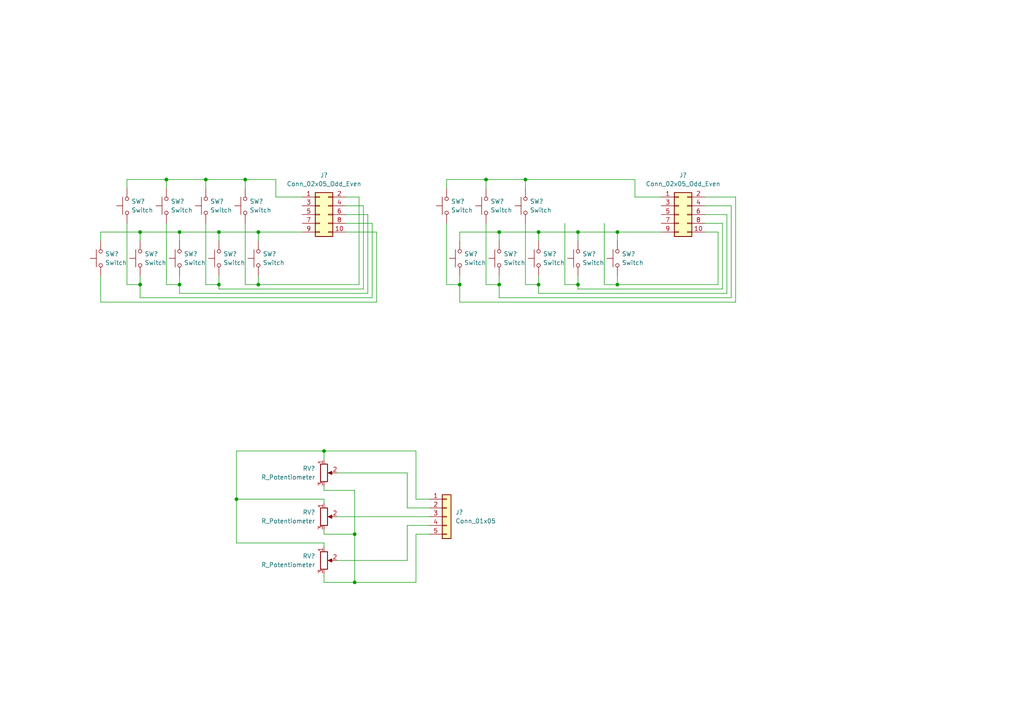
<source format=kicad_sch>
(kicad_sch (version 20211123) (generator eeschema)

  (uuid 7e06670c-19ee-4852-9043-1ef5ff1ec368)

  (paper "A4")

  (lib_symbols
    (symbol "Connector_Generic:Conn_01x05" (pin_names (offset 1.016) hide) (in_bom yes) (on_board yes)
      (property "Reference" "J" (id 0) (at 0 7.62 0)
        (effects (font (size 1.27 1.27)))
      )
      (property "Value" "Conn_01x05" (id 1) (at 0 -7.62 0)
        (effects (font (size 1.27 1.27)))
      )
      (property "Footprint" "" (id 2) (at 0 0 0)
        (effects (font (size 1.27 1.27)) hide)
      )
      (property "Datasheet" "~" (id 3) (at 0 0 0)
        (effects (font (size 1.27 1.27)) hide)
      )
      (property "ki_keywords" "connector" (id 4) (at 0 0 0)
        (effects (font (size 1.27 1.27)) hide)
      )
      (property "ki_description" "Generic connector, single row, 01x05, script generated (kicad-library-utils/schlib/autogen/connector/)" (id 5) (at 0 0 0)
        (effects (font (size 1.27 1.27)) hide)
      )
      (property "ki_fp_filters" "Connector*:*_1x??_*" (id 6) (at 0 0 0)
        (effects (font (size 1.27 1.27)) hide)
      )
      (symbol "Conn_01x05_1_1"
        (rectangle (start -1.27 -4.953) (end 0 -5.207)
          (stroke (width 0.1524) (type default) (color 0 0 0 0))
          (fill (type none))
        )
        (rectangle (start -1.27 -2.413) (end 0 -2.667)
          (stroke (width 0.1524) (type default) (color 0 0 0 0))
          (fill (type none))
        )
        (rectangle (start -1.27 0.127) (end 0 -0.127)
          (stroke (width 0.1524) (type default) (color 0 0 0 0))
          (fill (type none))
        )
        (rectangle (start -1.27 2.667) (end 0 2.413)
          (stroke (width 0.1524) (type default) (color 0 0 0 0))
          (fill (type none))
        )
        (rectangle (start -1.27 5.207) (end 0 4.953)
          (stroke (width 0.1524) (type default) (color 0 0 0 0))
          (fill (type none))
        )
        (rectangle (start -1.27 6.35) (end 1.27 -6.35)
          (stroke (width 0.254) (type default) (color 0 0 0 0))
          (fill (type background))
        )
        (pin passive line (at -5.08 5.08 0) (length 3.81)
          (name "Pin_1" (effects (font (size 1.27 1.27))))
          (number "1" (effects (font (size 1.27 1.27))))
        )
        (pin passive line (at -5.08 2.54 0) (length 3.81)
          (name "Pin_2" (effects (font (size 1.27 1.27))))
          (number "2" (effects (font (size 1.27 1.27))))
        )
        (pin passive line (at -5.08 0 0) (length 3.81)
          (name "Pin_3" (effects (font (size 1.27 1.27))))
          (number "3" (effects (font (size 1.27 1.27))))
        )
        (pin passive line (at -5.08 -2.54 0) (length 3.81)
          (name "Pin_4" (effects (font (size 1.27 1.27))))
          (number "4" (effects (font (size 1.27 1.27))))
        )
        (pin passive line (at -5.08 -5.08 0) (length 3.81)
          (name "Pin_5" (effects (font (size 1.27 1.27))))
          (number "5" (effects (font (size 1.27 1.27))))
        )
      )
    )
    (symbol "Connector_Generic:Conn_02x05_Odd_Even" (pin_names (offset 1.016) hide) (in_bom yes) (on_board yes)
      (property "Reference" "J" (id 0) (at 1.27 7.62 0)
        (effects (font (size 1.27 1.27)))
      )
      (property "Value" "Conn_02x05_Odd_Even" (id 1) (at 1.27 -7.62 0)
        (effects (font (size 1.27 1.27)))
      )
      (property "Footprint" "" (id 2) (at 0 0 0)
        (effects (font (size 1.27 1.27)) hide)
      )
      (property "Datasheet" "~" (id 3) (at 0 0 0)
        (effects (font (size 1.27 1.27)) hide)
      )
      (property "ki_keywords" "connector" (id 4) (at 0 0 0)
        (effects (font (size 1.27 1.27)) hide)
      )
      (property "ki_description" "Generic connector, double row, 02x05, odd/even pin numbering scheme (row 1 odd numbers, row 2 even numbers), script generated (kicad-library-utils/schlib/autogen/connector/)" (id 5) (at 0 0 0)
        (effects (font (size 1.27 1.27)) hide)
      )
      (property "ki_fp_filters" "Connector*:*_2x??_*" (id 6) (at 0 0 0)
        (effects (font (size 1.27 1.27)) hide)
      )
      (symbol "Conn_02x05_Odd_Even_1_1"
        (rectangle (start -1.27 -4.953) (end 0 -5.207)
          (stroke (width 0.1524) (type default) (color 0 0 0 0))
          (fill (type none))
        )
        (rectangle (start -1.27 -2.413) (end 0 -2.667)
          (stroke (width 0.1524) (type default) (color 0 0 0 0))
          (fill (type none))
        )
        (rectangle (start -1.27 0.127) (end 0 -0.127)
          (stroke (width 0.1524) (type default) (color 0 0 0 0))
          (fill (type none))
        )
        (rectangle (start -1.27 2.667) (end 0 2.413)
          (stroke (width 0.1524) (type default) (color 0 0 0 0))
          (fill (type none))
        )
        (rectangle (start -1.27 5.207) (end 0 4.953)
          (stroke (width 0.1524) (type default) (color 0 0 0 0))
          (fill (type none))
        )
        (rectangle (start -1.27 6.35) (end 3.81 -6.35)
          (stroke (width 0.254) (type default) (color 0 0 0 0))
          (fill (type background))
        )
        (rectangle (start 3.81 -4.953) (end 2.54 -5.207)
          (stroke (width 0.1524) (type default) (color 0 0 0 0))
          (fill (type none))
        )
        (rectangle (start 3.81 -2.413) (end 2.54 -2.667)
          (stroke (width 0.1524) (type default) (color 0 0 0 0))
          (fill (type none))
        )
        (rectangle (start 3.81 0.127) (end 2.54 -0.127)
          (stroke (width 0.1524) (type default) (color 0 0 0 0))
          (fill (type none))
        )
        (rectangle (start 3.81 2.667) (end 2.54 2.413)
          (stroke (width 0.1524) (type default) (color 0 0 0 0))
          (fill (type none))
        )
        (rectangle (start 3.81 5.207) (end 2.54 4.953)
          (stroke (width 0.1524) (type default) (color 0 0 0 0))
          (fill (type none))
        )
        (pin passive line (at -5.08 5.08 0) (length 3.81)
          (name "Pin_1" (effects (font (size 1.27 1.27))))
          (number "1" (effects (font (size 1.27 1.27))))
        )
        (pin passive line (at 7.62 -5.08 180) (length 3.81)
          (name "Pin_10" (effects (font (size 1.27 1.27))))
          (number "10" (effects (font (size 1.27 1.27))))
        )
        (pin passive line (at 7.62 5.08 180) (length 3.81)
          (name "Pin_2" (effects (font (size 1.27 1.27))))
          (number "2" (effects (font (size 1.27 1.27))))
        )
        (pin passive line (at -5.08 2.54 0) (length 3.81)
          (name "Pin_3" (effects (font (size 1.27 1.27))))
          (number "3" (effects (font (size 1.27 1.27))))
        )
        (pin passive line (at 7.62 2.54 180) (length 3.81)
          (name "Pin_4" (effects (font (size 1.27 1.27))))
          (number "4" (effects (font (size 1.27 1.27))))
        )
        (pin passive line (at -5.08 0 0) (length 3.81)
          (name "Pin_5" (effects (font (size 1.27 1.27))))
          (number "5" (effects (font (size 1.27 1.27))))
        )
        (pin passive line (at 7.62 0 180) (length 3.81)
          (name "Pin_6" (effects (font (size 1.27 1.27))))
          (number "6" (effects (font (size 1.27 1.27))))
        )
        (pin passive line (at -5.08 -2.54 0) (length 3.81)
          (name "Pin_7" (effects (font (size 1.27 1.27))))
          (number "7" (effects (font (size 1.27 1.27))))
        )
        (pin passive line (at 7.62 -2.54 180) (length 3.81)
          (name "Pin_8" (effects (font (size 1.27 1.27))))
          (number "8" (effects (font (size 1.27 1.27))))
        )
        (pin passive line (at -5.08 -5.08 0) (length 3.81)
          (name "Pin_9" (effects (font (size 1.27 1.27))))
          (number "9" (effects (font (size 1.27 1.27))))
        )
      )
    )
    (symbol "Device:R_Potentiometer" (pin_names (offset 1.016) hide) (in_bom yes) (on_board yes)
      (property "Reference" "RV" (id 0) (at -4.445 0 90)
        (effects (font (size 1.27 1.27)))
      )
      (property "Value" "R_Potentiometer" (id 1) (at -2.54 0 90)
        (effects (font (size 1.27 1.27)))
      )
      (property "Footprint" "" (id 2) (at 0 0 0)
        (effects (font (size 1.27 1.27)) hide)
      )
      (property "Datasheet" "~" (id 3) (at 0 0 0)
        (effects (font (size 1.27 1.27)) hide)
      )
      (property "ki_keywords" "resistor variable" (id 4) (at 0 0 0)
        (effects (font (size 1.27 1.27)) hide)
      )
      (property "ki_description" "Potentiometer" (id 5) (at 0 0 0)
        (effects (font (size 1.27 1.27)) hide)
      )
      (property "ki_fp_filters" "Potentiometer*" (id 6) (at 0 0 0)
        (effects (font (size 1.27 1.27)) hide)
      )
      (symbol "R_Potentiometer_0_1"
        (polyline
          (pts
            (xy 2.54 0)
            (xy 1.524 0)
          )
          (stroke (width 0) (type default) (color 0 0 0 0))
          (fill (type none))
        )
        (polyline
          (pts
            (xy 1.143 0)
            (xy 2.286 0.508)
            (xy 2.286 -0.508)
            (xy 1.143 0)
          )
          (stroke (width 0) (type default) (color 0 0 0 0))
          (fill (type outline))
        )
        (rectangle (start 1.016 2.54) (end -1.016 -2.54)
          (stroke (width 0.254) (type default) (color 0 0 0 0))
          (fill (type none))
        )
      )
      (symbol "R_Potentiometer_1_1"
        (pin passive line (at 0 3.81 270) (length 1.27)
          (name "1" (effects (font (size 1.27 1.27))))
          (number "1" (effects (font (size 1.27 1.27))))
        )
        (pin passive line (at 3.81 0 180) (length 1.27)
          (name "2" (effects (font (size 1.27 1.27))))
          (number "2" (effects (font (size 1.27 1.27))))
        )
        (pin passive line (at 0 -3.81 90) (length 1.27)
          (name "3" (effects (font (size 1.27 1.27))))
          (number "3" (effects (font (size 1.27 1.27))))
        )
      )
    )
    (symbol "Switch:SW_Push" (pin_numbers hide) (pin_names (offset 1.016) hide) (in_bom yes) (on_board yes)
      (property "Reference" "SW" (id 0) (at 1.27 2.54 0)
        (effects (font (size 1.27 1.27)) (justify left))
      )
      (property "Value" "SW_Push" (id 1) (at 0 -1.524 0)
        (effects (font (size 1.27 1.27)))
      )
      (property "Footprint" "" (id 2) (at 0 5.08 0)
        (effects (font (size 1.27 1.27)) hide)
      )
      (property "Datasheet" "~" (id 3) (at 0 5.08 0)
        (effects (font (size 1.27 1.27)) hide)
      )
      (property "ki_keywords" "switch normally-open pushbutton push-button" (id 4) (at 0 0 0)
        (effects (font (size 1.27 1.27)) hide)
      )
      (property "ki_description" "Push button switch, generic, two pins" (id 5) (at 0 0 0)
        (effects (font (size 1.27 1.27)) hide)
      )
      (symbol "SW_Push_0_1"
        (circle (center -2.032 0) (radius 0.508)
          (stroke (width 0) (type default) (color 0 0 0 0))
          (fill (type none))
        )
        (polyline
          (pts
            (xy 0 1.27)
            (xy 0 3.048)
          )
          (stroke (width 0) (type default) (color 0 0 0 0))
          (fill (type none))
        )
        (polyline
          (pts
            (xy 2.54 1.27)
            (xy -2.54 1.27)
          )
          (stroke (width 0) (type default) (color 0 0 0 0))
          (fill (type none))
        )
        (circle (center 2.032 0) (radius 0.508)
          (stroke (width 0) (type default) (color 0 0 0 0))
          (fill (type none))
        )
        (pin passive line (at -5.08 0 0) (length 2.54)
          (name "1" (effects (font (size 1.27 1.27))))
          (number "1" (effects (font (size 1.27 1.27))))
        )
        (pin passive line (at 5.08 0 180) (length 2.54)
          (name "2" (effects (font (size 1.27 1.27))))
          (number "2" (effects (font (size 1.27 1.27))))
        )
      )
    )
  )

  (junction (at 133.35 82.55) (diameter 0) (color 0 0 0 0)
    (uuid 04a719b7-7b3e-45f2-8f31-8843aa345d2f)
  )
  (junction (at 179.07 67.31) (diameter 0) (color 0 0 0 0)
    (uuid 08d9afd6-88ce-42d4-8161-d15e1ff361fb)
  )
  (junction (at 156.21 82.55) (diameter 0) (color 0 0 0 0)
    (uuid 17f17776-ccf1-4b94-a6b4-f0cf6c674b8e)
  )
  (junction (at 156.21 67.31) (diameter 0) (color 0 0 0 0)
    (uuid 1bb356c3-a034-4b36-a250-723e5df67f2f)
  )
  (junction (at 68.58 144.78) (diameter 0) (color 0 0 0 0)
    (uuid 1cc31800-9a3c-4225-b43e-536f3c3b84e6)
  )
  (junction (at 59.69 52.07) (diameter 0) (color 0 0 0 0)
    (uuid 2cbc0f68-c50d-4ae8-bc98-fec71523115f)
  )
  (junction (at 74.93 67.31) (diameter 0) (color 0 0 0 0)
    (uuid 3c651033-6e73-4aed-95bd-294d4ea5d9cd)
  )
  (junction (at 167.64 82.55) (diameter 0) (color 0 0 0 0)
    (uuid 3f65ab3a-ed49-4811-998f-407e56aeddcb)
  )
  (junction (at 152.4 52.07) (diameter 0) (color 0 0 0 0)
    (uuid 46fdad1d-5b7a-428a-9b0f-ebcddcb47f0b)
  )
  (junction (at 40.64 67.31) (diameter 0) (color 0 0 0 0)
    (uuid 5457bf36-8377-4e7d-accd-41a1ca6390f6)
  )
  (junction (at 52.07 82.55) (diameter 0) (color 0 0 0 0)
    (uuid 691e923d-ebfa-4de4-9387-5eae5c837870)
  )
  (junction (at 102.87 154.94) (diameter 0) (color 0 0 0 0)
    (uuid 72c49e64-fcd9-4915-b1d9-c0fb0dec6383)
  )
  (junction (at 71.12 52.07) (diameter 0) (color 0 0 0 0)
    (uuid 77c682a1-b93d-4464-bc3c-d016ec8d132f)
  )
  (junction (at 48.26 52.07) (diameter 0) (color 0 0 0 0)
    (uuid 8c5ba3ac-e0c3-4b8f-9898-e2147bfab455)
  )
  (junction (at 63.5 82.55) (diameter 0) (color 0 0 0 0)
    (uuid 9862084e-54d2-40ac-b314-1398c2c5fffa)
  )
  (junction (at 74.93 82.55) (diameter 0) (color 0 0 0 0)
    (uuid ada7b0ae-9fb0-47a6-b99c-652830c68ec1)
  )
  (junction (at 102.87 168.91) (diameter 0) (color 0 0 0 0)
    (uuid ae20879f-4fa0-4ca3-8ffa-7d7084d789ae)
  )
  (junction (at 144.78 82.55) (diameter 0) (color 0 0 0 0)
    (uuid b71f818a-34f5-4c26-9c71-edd61b0c30b0)
  )
  (junction (at 144.78 67.31) (diameter 0) (color 0 0 0 0)
    (uuid c76fe221-2334-4d3a-a685-edc89ce35b2a)
  )
  (junction (at 167.64 67.31) (diameter 0) (color 0 0 0 0)
    (uuid cc278fb0-e491-42ad-aced-7d1268ac5761)
  )
  (junction (at 93.98 130.81) (diameter 0) (color 0 0 0 0)
    (uuid d34e5a6b-114a-4c7c-87c5-829d62ca483b)
  )
  (junction (at 52.07 67.31) (diameter 0) (color 0 0 0 0)
    (uuid d9641dda-7ec8-443e-83d7-b967e7995960)
  )
  (junction (at 63.5 67.31) (diameter 0) (color 0 0 0 0)
    (uuid e81ee3cd-e445-4c12-a7f8-68cd1f1aa37e)
  )
  (junction (at 179.07 82.55) (diameter 0) (color 0 0 0 0)
    (uuid ece0bad0-9d5c-499b-b7c1-a07928cae4a7)
  )
  (junction (at 40.64 82.55) (diameter 0) (color 0 0 0 0)
    (uuid eebc4ed0-35c1-4a6b-aa95-16b2c9df7ea3)
  )
  (junction (at 140.97 52.07) (diameter 0) (color 0 0 0 0)
    (uuid f457c878-8e3e-4f01-b7db-42208db531b4)
  )

  (wire (pts (xy 48.26 52.07) (xy 48.26 54.61))
    (stroke (width 0) (type default) (color 0 0 0 0))
    (uuid 04462a9f-89f7-4d5e-8a18-7e3ef52167e0)
  )
  (wire (pts (xy 144.78 67.31) (xy 156.21 67.31))
    (stroke (width 0) (type default) (color 0 0 0 0))
    (uuid 05149248-b2c0-4d7c-93f7-08172e753a2b)
  )
  (wire (pts (xy 97.79 137.16) (xy 118.11 137.16))
    (stroke (width 0) (type default) (color 0 0 0 0))
    (uuid 0523314d-81ec-43dc-a3a3-9d0ac9fbbdcb)
  )
  (wire (pts (xy 140.97 54.61) (xy 140.97 52.07))
    (stroke (width 0) (type default) (color 0 0 0 0))
    (uuid 072dd1e1-8af4-4303-8e8f-7b6295fe948a)
  )
  (wire (pts (xy 29.21 69.85) (xy 29.21 67.31))
    (stroke (width 0) (type default) (color 0 0 0 0))
    (uuid 07db62f1-d747-4d9e-9b97-93234e9e74ce)
  )
  (wire (pts (xy 152.4 52.07) (xy 152.4 54.61))
    (stroke (width 0) (type default) (color 0 0 0 0))
    (uuid 08ca0707-489f-42b4-83f2-4b029f6e3783)
  )
  (wire (pts (xy 212.09 86.36) (xy 144.78 86.36))
    (stroke (width 0) (type default) (color 0 0 0 0))
    (uuid 092dcd8d-8f02-489d-b151-08e23748c8a3)
  )
  (wire (pts (xy 129.54 82.55) (xy 133.35 82.55))
    (stroke (width 0) (type default) (color 0 0 0 0))
    (uuid 0dd2473d-d36f-492d-99bc-5413d89600eb)
  )
  (wire (pts (xy 71.12 82.55) (xy 74.93 82.55))
    (stroke (width 0) (type default) (color 0 0 0 0))
    (uuid 0e9133ea-be17-4c1d-88ba-915375543502)
  )
  (wire (pts (xy 104.14 57.15) (xy 100.33 57.15))
    (stroke (width 0) (type default) (color 0 0 0 0))
    (uuid 1077e781-95be-4dcf-a133-eda0fd73e3f6)
  )
  (wire (pts (xy 109.22 87.63) (xy 29.21 87.63))
    (stroke (width 0) (type default) (color 0 0 0 0))
    (uuid 11c58512-ee15-4bad-bdc9-9383580871c9)
  )
  (wire (pts (xy 184.15 57.15) (xy 191.77 57.15))
    (stroke (width 0) (type default) (color 0 0 0 0))
    (uuid 12156fe0-6bf4-411c-960b-59c672562159)
  )
  (wire (pts (xy 52.07 67.31) (xy 63.5 67.31))
    (stroke (width 0) (type default) (color 0 0 0 0))
    (uuid 140e3815-55a9-49b7-91e5-f8dab586918f)
  )
  (wire (pts (xy 52.07 82.55) (xy 52.07 80.01))
    (stroke (width 0) (type default) (color 0 0 0 0))
    (uuid 1baf2cb6-add4-4d19-b71b-163ccf803fce)
  )
  (wire (pts (xy 48.26 82.55) (xy 52.07 82.55))
    (stroke (width 0) (type default) (color 0 0 0 0))
    (uuid 1bc893fa-4658-4aa3-a90f-603cd985ffd2)
  )
  (wire (pts (xy 210.82 85.09) (xy 156.21 85.09))
    (stroke (width 0) (type default) (color 0 0 0 0))
    (uuid 1c675169-0a8f-4a60-b541-bdaaa8de907b)
  )
  (wire (pts (xy 40.64 86.36) (xy 40.64 82.55))
    (stroke (width 0) (type default) (color 0 0 0 0))
    (uuid 1d1b9088-df91-44d9-86c6-984c0ded21a6)
  )
  (wire (pts (xy 63.5 67.31) (xy 74.93 67.31))
    (stroke (width 0) (type default) (color 0 0 0 0))
    (uuid 1f74c638-1c37-45fe-b357-8f916e54172c)
  )
  (wire (pts (xy 133.35 82.55) (xy 133.35 80.01))
    (stroke (width 0) (type default) (color 0 0 0 0))
    (uuid 2186c37e-4a6b-4160-aa2e-a3c4e7449c1b)
  )
  (wire (pts (xy 118.11 152.4) (xy 118.11 162.56))
    (stroke (width 0) (type default) (color 0 0 0 0))
    (uuid 232e0ebf-a5ed-490a-9baa-87ebc3cc1185)
  )
  (wire (pts (xy 93.98 154.94) (xy 93.98 153.67))
    (stroke (width 0) (type default) (color 0 0 0 0))
    (uuid 23b2c759-c3d9-4265-a911-9c5c4dd4a0cf)
  )
  (wire (pts (xy 74.93 82.55) (xy 74.93 80.01))
    (stroke (width 0) (type default) (color 0 0 0 0))
    (uuid 24e34df8-813f-4a93-aadf-f1337dd6463f)
  )
  (wire (pts (xy 179.07 82.55) (xy 208.28 82.55))
    (stroke (width 0) (type default) (color 0 0 0 0))
    (uuid 25c861d0-ed08-4859-b810-f7282c342ff0)
  )
  (wire (pts (xy 167.64 83.82) (xy 167.64 82.55))
    (stroke (width 0) (type default) (color 0 0 0 0))
    (uuid 28abeea2-679c-45b2-af7d-1049af587f02)
  )
  (wire (pts (xy 80.01 57.15) (xy 87.63 57.15))
    (stroke (width 0) (type default) (color 0 0 0 0))
    (uuid 2920acdc-dcc9-43db-bf03-00952a4df57e)
  )
  (wire (pts (xy 74.93 82.55) (xy 104.14 82.55))
    (stroke (width 0) (type default) (color 0 0 0 0))
    (uuid 293cf5af-e371-4112-8cf1-58b412850313)
  )
  (wire (pts (xy 48.26 64.77) (xy 48.26 82.55))
    (stroke (width 0) (type default) (color 0 0 0 0))
    (uuid 306f7600-0ce7-4864-90e6-6c4380191567)
  )
  (wire (pts (xy 204.47 62.23) (xy 210.82 62.23))
    (stroke (width 0) (type default) (color 0 0 0 0))
    (uuid 3504304d-df73-429b-98e5-318b76ac484d)
  )
  (wire (pts (xy 204.47 67.31) (xy 208.28 67.31))
    (stroke (width 0) (type default) (color 0 0 0 0))
    (uuid 35ed9fde-9816-44dc-8c4d-b091435b7f89)
  )
  (wire (pts (xy 40.64 67.31) (xy 40.64 69.85))
    (stroke (width 0) (type default) (color 0 0 0 0))
    (uuid 36e5fbd7-c905-4b13-821c-e5a667c0ae5c)
  )
  (wire (pts (xy 156.21 67.31) (xy 156.21 69.85))
    (stroke (width 0) (type default) (color 0 0 0 0))
    (uuid 38beffcd-fcfd-4ee6-ba9a-c9718a688344)
  )
  (wire (pts (xy 213.36 87.63) (xy 133.35 87.63))
    (stroke (width 0) (type default) (color 0 0 0 0))
    (uuid 3a472066-f0b8-4903-bb15-6d22cdc4cb4f)
  )
  (wire (pts (xy 59.69 52.07) (xy 71.12 52.07))
    (stroke (width 0) (type default) (color 0 0 0 0))
    (uuid 406c0a81-4ed2-4fed-af8e-bd781d70ea49)
  )
  (wire (pts (xy 48.26 52.07) (xy 59.69 52.07))
    (stroke (width 0) (type default) (color 0 0 0 0))
    (uuid 41e1fab7-05ad-4251-8585-9262747773ed)
  )
  (wire (pts (xy 156.21 82.55) (xy 156.21 80.01))
    (stroke (width 0) (type default) (color 0 0 0 0))
    (uuid 440d34f4-947f-4944-b65e-50ce84de68d4)
  )
  (wire (pts (xy 212.09 59.69) (xy 204.47 59.69))
    (stroke (width 0) (type default) (color 0 0 0 0))
    (uuid 45df1438-a2f2-47c5-b931-66f3bfcb90c8)
  )
  (wire (pts (xy 68.58 144.78) (xy 68.58 157.48))
    (stroke (width 0) (type default) (color 0 0 0 0))
    (uuid 479b520c-4025-4453-bf33-e3e113ee8c2a)
  )
  (wire (pts (xy 209.55 83.82) (xy 209.55 64.77))
    (stroke (width 0) (type default) (color 0 0 0 0))
    (uuid 48ca954a-a768-4dd1-a10f-7f1c07280af4)
  )
  (wire (pts (xy 106.68 85.09) (xy 52.07 85.09))
    (stroke (width 0) (type default) (color 0 0 0 0))
    (uuid 4924646f-8df3-48d9-ba77-4715d17da504)
  )
  (wire (pts (xy 29.21 87.63) (xy 29.21 80.01))
    (stroke (width 0) (type default) (color 0 0 0 0))
    (uuid 4a8da22f-26fd-4513-b057-0ead53e71eec)
  )
  (wire (pts (xy 129.54 64.77) (xy 129.54 82.55))
    (stroke (width 0) (type default) (color 0 0 0 0))
    (uuid 4b2a5fd5-98b8-47fd-84dd-10f498840fea)
  )
  (wire (pts (xy 129.54 54.61) (xy 129.54 52.07))
    (stroke (width 0) (type default) (color 0 0 0 0))
    (uuid 4c8c33cd-f198-4b18-adcb-526ef223f58d)
  )
  (wire (pts (xy 120.65 154.94) (xy 120.65 168.91))
    (stroke (width 0) (type default) (color 0 0 0 0))
    (uuid 4dc6fb2e-1c2b-49b5-82d3-e0834390b5a0)
  )
  (wire (pts (xy 120.65 168.91) (xy 102.87 168.91))
    (stroke (width 0) (type default) (color 0 0 0 0))
    (uuid 4df03969-d0ea-4c89-82e3-df4ecf16beaf)
  )
  (wire (pts (xy 204.47 64.77) (xy 209.55 64.77))
    (stroke (width 0) (type default) (color 0 0 0 0))
    (uuid 502078d5-4ab4-4d15-ba22-f56d1cdf1cfc)
  )
  (wire (pts (xy 133.35 87.63) (xy 133.35 82.55))
    (stroke (width 0) (type default) (color 0 0 0 0))
    (uuid 50d86d11-e09d-4245-878e-b93118e6869f)
  )
  (wire (pts (xy 106.68 62.23) (xy 106.68 85.09))
    (stroke (width 0) (type default) (color 0 0 0 0))
    (uuid 514f4150-ba8d-4430-bc80-22f5caa28826)
  )
  (wire (pts (xy 104.14 82.55) (xy 104.14 57.15))
    (stroke (width 0) (type default) (color 0 0 0 0))
    (uuid 531af7ac-9bff-4ee2-96f2-b2d2683bfeae)
  )
  (wire (pts (xy 109.22 67.31) (xy 109.22 87.63))
    (stroke (width 0) (type default) (color 0 0 0 0))
    (uuid 53edbad3-0d57-46eb-836f-9e990e9e83ba)
  )
  (wire (pts (xy 40.64 82.55) (xy 40.64 80.01))
    (stroke (width 0) (type default) (color 0 0 0 0))
    (uuid 55494b27-a23b-4c9d-a778-08d9ecfb9b18)
  )
  (wire (pts (xy 204.47 57.15) (xy 213.36 57.15))
    (stroke (width 0) (type default) (color 0 0 0 0))
    (uuid 55c650d5-689b-4661-b207-4a580e24d0c6)
  )
  (wire (pts (xy 209.55 83.82) (xy 167.64 83.82))
    (stroke (width 0) (type default) (color 0 0 0 0))
    (uuid 569024ff-aafd-46be-b192-25e28b25f239)
  )
  (wire (pts (xy 68.58 130.81) (xy 68.58 144.78))
    (stroke (width 0) (type default) (color 0 0 0 0))
    (uuid 58097393-ebf8-4495-a4a7-c626e8bb233f)
  )
  (wire (pts (xy 100.33 59.69) (xy 105.41 59.69))
    (stroke (width 0) (type default) (color 0 0 0 0))
    (uuid 5914a3c0-48d4-418b-a883-b1af95dfe528)
  )
  (wire (pts (xy 120.65 144.78) (xy 120.65 130.81))
    (stroke (width 0) (type default) (color 0 0 0 0))
    (uuid 5adb7cc9-0aa5-42f3-b957-d377b94af1a7)
  )
  (wire (pts (xy 100.33 64.77) (xy 107.95 64.77))
    (stroke (width 0) (type default) (color 0 0 0 0))
    (uuid 5bb05445-bf26-4a02-94e1-a02f10d0768d)
  )
  (wire (pts (xy 63.5 83.82) (xy 63.5 82.55))
    (stroke (width 0) (type default) (color 0 0 0 0))
    (uuid 5eddbe2a-6c23-4979-a98a-62db7067ce2f)
  )
  (wire (pts (xy 40.64 67.31) (xy 52.07 67.31))
    (stroke (width 0) (type default) (color 0 0 0 0))
    (uuid 5fd919de-b276-4fc8-aa2b-520f6e598284)
  )
  (wire (pts (xy 175.26 64.77) (xy 175.26 82.55))
    (stroke (width 0) (type default) (color 0 0 0 0))
    (uuid 66887c10-d09d-4423-861e-53b260bf6010)
  )
  (wire (pts (xy 93.98 157.48) (xy 93.98 158.75))
    (stroke (width 0) (type default) (color 0 0 0 0))
    (uuid 68b8917c-4bc6-49ac-98e8-4ada6f4cf902)
  )
  (wire (pts (xy 167.64 67.31) (xy 167.64 69.85))
    (stroke (width 0) (type default) (color 0 0 0 0))
    (uuid 6cd6bbcd-5ca6-4baa-abb5-4464e5b20606)
  )
  (wire (pts (xy 175.26 82.55) (xy 179.07 82.55))
    (stroke (width 0) (type default) (color 0 0 0 0))
    (uuid 6dbc9be9-0ebc-4838-8be6-2afba148ff0e)
  )
  (wire (pts (xy 36.83 64.77) (xy 36.83 82.55))
    (stroke (width 0) (type default) (color 0 0 0 0))
    (uuid 6dc7fe69-e5c7-4725-8610-3d89c50efc75)
  )
  (wire (pts (xy 93.98 130.81) (xy 68.58 130.81))
    (stroke (width 0) (type default) (color 0 0 0 0))
    (uuid 6dd27c0b-7472-4818-a9a2-435aea1baf29)
  )
  (wire (pts (xy 97.79 149.86) (xy 124.46 149.86))
    (stroke (width 0) (type default) (color 0 0 0 0))
    (uuid 7133b32c-88d1-4587-bbeb-c58efd2ac38a)
  )
  (wire (pts (xy 124.46 154.94) (xy 120.65 154.94))
    (stroke (width 0) (type default) (color 0 0 0 0))
    (uuid 72cab5a2-7198-4ccc-9390-517ba1332da8)
  )
  (wire (pts (xy 102.87 168.91) (xy 102.87 154.94))
    (stroke (width 0) (type default) (color 0 0 0 0))
    (uuid 78350e00-1c5a-4c33-8bdf-fdea42878b80)
  )
  (wire (pts (xy 71.12 52.07) (xy 71.12 54.61))
    (stroke (width 0) (type default) (color 0 0 0 0))
    (uuid 7888652f-f184-4fb5-8a04-5fc3eb49d56d)
  )
  (wire (pts (xy 144.78 67.31) (xy 144.78 69.85))
    (stroke (width 0) (type default) (color 0 0 0 0))
    (uuid 78a800c8-34d7-4bc4-bd84-fe79cd186c5b)
  )
  (wire (pts (xy 68.58 157.48) (xy 93.98 157.48))
    (stroke (width 0) (type default) (color 0 0 0 0))
    (uuid 7908a370-b07a-4f77-a17b-f9217736b090)
  )
  (wire (pts (xy 152.4 52.07) (xy 184.15 52.07))
    (stroke (width 0) (type default) (color 0 0 0 0))
    (uuid 7ae5238a-567f-488e-b905-7563f91f5928)
  )
  (wire (pts (xy 156.21 85.09) (xy 156.21 82.55))
    (stroke (width 0) (type default) (color 0 0 0 0))
    (uuid 7c23ca3a-267f-4207-9c3b-0568a7292905)
  )
  (wire (pts (xy 29.21 67.31) (xy 40.64 67.31))
    (stroke (width 0) (type default) (color 0 0 0 0))
    (uuid 7c38ac01-89fe-44b9-8cba-ef02d280b5f1)
  )
  (wire (pts (xy 100.33 62.23) (xy 106.68 62.23))
    (stroke (width 0) (type default) (color 0 0 0 0))
    (uuid 7d843af8-4bcb-4ac1-b1e9-f7cb907e24cf)
  )
  (wire (pts (xy 163.83 82.55) (xy 167.64 82.55))
    (stroke (width 0) (type default) (color 0 0 0 0))
    (uuid 7e097fcb-66e2-4739-bcdc-c36d4837f401)
  )
  (wire (pts (xy 152.4 64.77) (xy 152.4 82.55))
    (stroke (width 0) (type default) (color 0 0 0 0))
    (uuid 8086c2c5-e030-4647-b554-738f0603c7e4)
  )
  (wire (pts (xy 102.87 142.24) (xy 93.98 142.24))
    (stroke (width 0) (type default) (color 0 0 0 0))
    (uuid 8254edcb-b244-4e59-9185-a205c375c56b)
  )
  (wire (pts (xy 120.65 130.81) (xy 93.98 130.81))
    (stroke (width 0) (type default) (color 0 0 0 0))
    (uuid 8375face-960b-43cd-9494-4ad5e1c8e4ce)
  )
  (wire (pts (xy 118.11 162.56) (xy 97.79 162.56))
    (stroke (width 0) (type default) (color 0 0 0 0))
    (uuid 848aeaf6-b88d-41db-a65e-c967b40daf93)
  )
  (wire (pts (xy 107.95 64.77) (xy 107.95 86.36))
    (stroke (width 0) (type default) (color 0 0 0 0))
    (uuid 87157d8b-4b1b-40f0-8a00-8ed72689024a)
  )
  (wire (pts (xy 52.07 85.09) (xy 52.07 82.55))
    (stroke (width 0) (type default) (color 0 0 0 0))
    (uuid 8865445e-e493-4332-9c24-3873f304d334)
  )
  (wire (pts (xy 52.07 67.31) (xy 52.07 69.85))
    (stroke (width 0) (type default) (color 0 0 0 0))
    (uuid 88a0c3ed-5891-491e-bf08-051a817f8f16)
  )
  (wire (pts (xy 140.97 82.55) (xy 144.78 82.55))
    (stroke (width 0) (type default) (color 0 0 0 0))
    (uuid 89f36167-ab1a-42ae-92c4-7dfff2dea341)
  )
  (wire (pts (xy 71.12 52.07) (xy 80.01 52.07))
    (stroke (width 0) (type default) (color 0 0 0 0))
    (uuid 8d66590f-e6ce-4ba7-ad91-426084f1407b)
  )
  (wire (pts (xy 100.33 67.31) (xy 109.22 67.31))
    (stroke (width 0) (type default) (color 0 0 0 0))
    (uuid 98d5a77d-4475-4147-8653-c9d5d5ab752c)
  )
  (wire (pts (xy 152.4 82.55) (xy 156.21 82.55))
    (stroke (width 0) (type default) (color 0 0 0 0))
    (uuid 9910ca48-b1ae-4854-93b7-23b972b8add8)
  )
  (wire (pts (xy 140.97 64.77) (xy 140.97 82.55))
    (stroke (width 0) (type default) (color 0 0 0 0))
    (uuid 9961e86b-e707-4a36-a660-6102ec11d441)
  )
  (wire (pts (xy 105.41 83.82) (xy 63.5 83.82))
    (stroke (width 0) (type default) (color 0 0 0 0))
    (uuid 9dbd37a9-3ea4-4b47-9f11-e32be983351c)
  )
  (wire (pts (xy 184.15 52.07) (xy 184.15 57.15))
    (stroke (width 0) (type default) (color 0 0 0 0))
    (uuid a0e5654f-4eaa-40ea-815e-6564093fe526)
  )
  (wire (pts (xy 129.54 52.07) (xy 140.97 52.07))
    (stroke (width 0) (type default) (color 0 0 0 0))
    (uuid a64bf70e-770b-45fe-8330-6cd4558a8047)
  )
  (wire (pts (xy 74.93 67.31) (xy 87.63 67.31))
    (stroke (width 0) (type default) (color 0 0 0 0))
    (uuid ad213e24-9dbf-4e58-8b90-e0e39afadcfd)
  )
  (wire (pts (xy 74.93 67.31) (xy 74.93 69.85))
    (stroke (width 0) (type default) (color 0 0 0 0))
    (uuid aebe1437-6bce-48eb-a490-7fa916e1a890)
  )
  (wire (pts (xy 208.28 67.31) (xy 208.28 82.55))
    (stroke (width 0) (type default) (color 0 0 0 0))
    (uuid aef0f190-1c08-4fc7-814b-a02bea7715de)
  )
  (wire (pts (xy 156.21 67.31) (xy 167.64 67.31))
    (stroke (width 0) (type default) (color 0 0 0 0))
    (uuid b35ac77f-9983-474b-b416-4b11329ef843)
  )
  (wire (pts (xy 179.07 82.55) (xy 179.07 80.01))
    (stroke (width 0) (type default) (color 0 0 0 0))
    (uuid b49718e1-4337-4c7b-b0a4-f9bd93b5ee60)
  )
  (wire (pts (xy 210.82 62.23) (xy 210.82 85.09))
    (stroke (width 0) (type default) (color 0 0 0 0))
    (uuid b4b93fc1-846e-4d56-9dfc-90d2de234704)
  )
  (wire (pts (xy 102.87 168.91) (xy 93.98 168.91))
    (stroke (width 0) (type default) (color 0 0 0 0))
    (uuid b50c4ea9-cde1-4a07-879a-b0aa0eb6780a)
  )
  (wire (pts (xy 118.11 137.16) (xy 118.11 147.32))
    (stroke (width 0) (type default) (color 0 0 0 0))
    (uuid b65582d6-5c6c-4d99-8b44-f772171c80f1)
  )
  (wire (pts (xy 179.07 67.31) (xy 179.07 69.85))
    (stroke (width 0) (type default) (color 0 0 0 0))
    (uuid b69c7e87-be78-4857-bdf2-f5f08af0b064)
  )
  (wire (pts (xy 93.98 130.81) (xy 93.98 133.35))
    (stroke (width 0) (type default) (color 0 0 0 0))
    (uuid b6ac691d-6364-468d-9a18-590d058486b5)
  )
  (wire (pts (xy 179.07 67.31) (xy 191.77 67.31))
    (stroke (width 0) (type default) (color 0 0 0 0))
    (uuid b929f136-8b8e-4560-9f61-5a501ca30d21)
  )
  (wire (pts (xy 167.64 67.31) (xy 179.07 67.31))
    (stroke (width 0) (type default) (color 0 0 0 0))
    (uuid bc5b0794-6d64-482c-8e58-484c1b3b161f)
  )
  (wire (pts (xy 140.97 52.07) (xy 152.4 52.07))
    (stroke (width 0) (type default) (color 0 0 0 0))
    (uuid bf514574-3fbf-4a33-a801-98ba94aae635)
  )
  (wire (pts (xy 124.46 144.78) (xy 120.65 144.78))
    (stroke (width 0) (type default) (color 0 0 0 0))
    (uuid bfc70ee5-9233-4172-b933-69a27e2915b5)
  )
  (wire (pts (xy 59.69 82.55) (xy 63.5 82.55))
    (stroke (width 0) (type default) (color 0 0 0 0))
    (uuid c5236563-fe14-4c0d-9309-c6df3541a743)
  )
  (wire (pts (xy 102.87 154.94) (xy 102.87 142.24))
    (stroke (width 0) (type default) (color 0 0 0 0))
    (uuid c6eca839-ca96-4863-af19-521b63de5dfb)
  )
  (wire (pts (xy 105.41 59.69) (xy 105.41 83.82))
    (stroke (width 0) (type default) (color 0 0 0 0))
    (uuid cba5c457-c5a5-47c1-b8b8-ab54a3f3c6f8)
  )
  (wire (pts (xy 68.58 144.78) (xy 93.98 144.78))
    (stroke (width 0) (type default) (color 0 0 0 0))
    (uuid cd875f02-9e3a-4707-929f-06e1f43bffd5)
  )
  (wire (pts (xy 80.01 52.07) (xy 80.01 57.15))
    (stroke (width 0) (type default) (color 0 0 0 0))
    (uuid cf502b5f-648b-4c7d-a841-448cec325d5e)
  )
  (wire (pts (xy 133.35 69.85) (xy 133.35 67.31))
    (stroke (width 0) (type default) (color 0 0 0 0))
    (uuid d395a20c-76ef-4569-bd80-0b1017166ffa)
  )
  (wire (pts (xy 36.83 52.07) (xy 48.26 52.07))
    (stroke (width 0) (type default) (color 0 0 0 0))
    (uuid d3cdbb51-cca4-4d96-a186-e00734ea4b6d)
  )
  (wire (pts (xy 93.98 142.24) (xy 93.98 140.97))
    (stroke (width 0) (type default) (color 0 0 0 0))
    (uuid d55c67ff-5a67-436d-8e44-2bdb37a440e2)
  )
  (wire (pts (xy 163.83 64.77) (xy 163.83 82.55))
    (stroke (width 0) (type default) (color 0 0 0 0))
    (uuid d60981db-395d-40c2-804a-f989a5edba9f)
  )
  (wire (pts (xy 124.46 152.4) (xy 118.11 152.4))
    (stroke (width 0) (type default) (color 0 0 0 0))
    (uuid d921297e-53a4-48c8-bf60-c3d742bac738)
  )
  (wire (pts (xy 36.83 82.55) (xy 40.64 82.55))
    (stroke (width 0) (type default) (color 0 0 0 0))
    (uuid d98971b5-8caf-4551-9b45-e75f9628a8ea)
  )
  (wire (pts (xy 63.5 67.31) (xy 63.5 69.85))
    (stroke (width 0) (type default) (color 0 0 0 0))
    (uuid dd768947-8b51-4f84-a78c-214d093c462d)
  )
  (wire (pts (xy 118.11 147.32) (xy 124.46 147.32))
    (stroke (width 0) (type default) (color 0 0 0 0))
    (uuid ddaf4668-32fd-49ec-8d62-459abc4f84b0)
  )
  (wire (pts (xy 102.87 154.94) (xy 93.98 154.94))
    (stroke (width 0) (type default) (color 0 0 0 0))
    (uuid e7381677-73d2-44bb-acc0-2347e4e66198)
  )
  (wire (pts (xy 107.95 86.36) (xy 40.64 86.36))
    (stroke (width 0) (type default) (color 0 0 0 0))
    (uuid e7cdaa84-1280-47b3-a4b4-07a8ab3842c5)
  )
  (wire (pts (xy 59.69 64.77) (xy 59.69 82.55))
    (stroke (width 0) (type default) (color 0 0 0 0))
    (uuid e94feb6a-b26b-450d-906f-c25902b9865e)
  )
  (wire (pts (xy 71.12 64.77) (xy 71.12 82.55))
    (stroke (width 0) (type default) (color 0 0 0 0))
    (uuid e9d6bdcb-ce33-4f94-9c97-103ed322c76c)
  )
  (wire (pts (xy 93.98 144.78) (xy 93.98 146.05))
    (stroke (width 0) (type default) (color 0 0 0 0))
    (uuid ed18c28c-a68e-4c2b-a096-a6ce04e71eba)
  )
  (wire (pts (xy 212.09 86.36) (xy 212.09 59.69))
    (stroke (width 0) (type default) (color 0 0 0 0))
    (uuid eea4206b-1022-4683-8101-cb3e0091e25e)
  )
  (wire (pts (xy 144.78 86.36) (xy 144.78 82.55))
    (stroke (width 0) (type default) (color 0 0 0 0))
    (uuid eece6e91-2a3a-45be-bbee-14b977bc2de1)
  )
  (wire (pts (xy 133.35 67.31) (xy 144.78 67.31))
    (stroke (width 0) (type default) (color 0 0 0 0))
    (uuid ef3b30be-b564-4181-a4db-d6693e266e41)
  )
  (wire (pts (xy 167.64 82.55) (xy 167.64 80.01))
    (stroke (width 0) (type default) (color 0 0 0 0))
    (uuid f102e40b-cf5e-4d25-8327-d769ed2c7935)
  )
  (wire (pts (xy 36.83 54.61) (xy 36.83 52.07))
    (stroke (width 0) (type default) (color 0 0 0 0))
    (uuid f1b76e2d-28c1-4065-b46a-5fcd2ed046c3)
  )
  (wire (pts (xy 213.36 57.15) (xy 213.36 87.63))
    (stroke (width 0) (type default) (color 0 0 0 0))
    (uuid f50457a0-dd5e-4d54-a23b-0049a59dc6a4)
  )
  (wire (pts (xy 144.78 82.55) (xy 144.78 80.01))
    (stroke (width 0) (type default) (color 0 0 0 0))
    (uuid f5c66f85-1db4-498e-97b3-2b176bed02bb)
  )
  (wire (pts (xy 63.5 82.55) (xy 63.5 80.01))
    (stroke (width 0) (type default) (color 0 0 0 0))
    (uuid fbedf780-427e-424f-8710-ea700324e0dc)
  )
  (wire (pts (xy 93.98 168.91) (xy 93.98 166.37))
    (stroke (width 0) (type default) (color 0 0 0 0))
    (uuid fcac2b5a-850a-4836-9f03-fa4218516db1)
  )
  (wire (pts (xy 59.69 52.07) (xy 59.69 54.61))
    (stroke (width 0) (type default) (color 0 0 0 0))
    (uuid fd769eb6-ca11-4a8b-a800-c292806d675e)
  )

  (symbol (lib_id "Connector_Generic:Conn_01x05") (at 129.54 149.86 0) (unit 1)
    (in_bom yes) (on_board yes) (fields_autoplaced)
    (uuid 013ddb12-11ad-42dd-961e-e451a0ddec44)
    (property "Reference" "J?" (id 0) (at 132.08 148.5899 0)
      (effects (font (size 1.27 1.27)) (justify left))
    )
    (property "Value" "Conn_01x05" (id 1) (at 132.08 151.1299 0)
      (effects (font (size 1.27 1.27)) (justify left))
    )
    (property "Footprint" "" (id 2) (at 129.54 149.86 0)
      (effects (font (size 1.27 1.27)) hide)
    )
    (property "Datasheet" "~" (id 3) (at 129.54 149.86 0)
      (effects (font (size 1.27 1.27)) hide)
    )
    (pin "1" (uuid b21d4606-f28b-4ecf-99a6-29f250991c7e))
    (pin "2" (uuid 0599b46b-423c-4ec2-a5f0-9f4a28084fe9))
    (pin "3" (uuid 6cb9b947-cc6b-48b5-898f-57ea426d2eaf))
    (pin "4" (uuid 56508b30-8612-472d-899b-a2d4a665b2ca))
    (pin "5" (uuid 193659cd-7bca-4aa4-a2c7-8306970524ab))
  )

  (symbol (lib_id "Switch:SW_Push") (at 133.35 74.93 90) (unit 1)
    (in_bom yes) (on_board yes) (fields_autoplaced)
    (uuid 1e607009-6cb0-474b-80b9-2617582bc19c)
    (property "Reference" "SW?" (id 0) (at 134.62 73.6599 90)
      (effects (font (size 1.27 1.27)) (justify right))
    )
    (property "Value" "Switch" (id 1) (at 134.62 76.1999 90)
      (effects (font (size 1.27 1.27)) (justify right))
    )
    (property "Footprint" "" (id 2) (at 128.27 74.93 0)
      (effects (font (size 1.27 1.27)) hide)
    )
    (property "Datasheet" "~" (id 3) (at 128.27 74.93 0)
      (effects (font (size 1.27 1.27)) hide)
    )
    (pin "1" (uuid 90cc1791-ab30-4629-8995-b0b7fee3af30))
    (pin "2" (uuid 9ef3fb4b-b356-4337-9174-7e915917eaf9))
  )

  (symbol (lib_id "Switch:SW_Push") (at 140.97 59.69 90) (unit 1)
    (in_bom yes) (on_board yes) (fields_autoplaced)
    (uuid 26bde679-5d06-4638-8395-6948e9aa9760)
    (property "Reference" "SW?" (id 0) (at 142.24 58.4199 90)
      (effects (font (size 1.27 1.27)) (justify right))
    )
    (property "Value" "Switch" (id 1) (at 142.24 60.9599 90)
      (effects (font (size 1.27 1.27)) (justify right))
    )
    (property "Footprint" "" (id 2) (at 135.89 59.69 0)
      (effects (font (size 1.27 1.27)) hide)
    )
    (property "Datasheet" "~" (id 3) (at 135.89 59.69 0)
      (effects (font (size 1.27 1.27)) hide)
    )
    (pin "1" (uuid 3f45d34a-47b2-4558-8bce-bbf7c1573225))
    (pin "2" (uuid 7a0f2462-27a3-4d5f-af30-f65c4d347e7f))
  )

  (symbol (lib_id "Switch:SW_Push") (at 179.07 74.93 90) (unit 1)
    (in_bom yes) (on_board yes) (fields_autoplaced)
    (uuid 2c0eeab8-1d51-477f-855b-7962c2eb2f97)
    (property "Reference" "SW?" (id 0) (at 180.34 73.6599 90)
      (effects (font (size 1.27 1.27)) (justify right))
    )
    (property "Value" "Switch" (id 1) (at 180.34 76.1999 90)
      (effects (font (size 1.27 1.27)) (justify right))
    )
    (property "Footprint" "" (id 2) (at 173.99 74.93 0)
      (effects (font (size 1.27 1.27)) hide)
    )
    (property "Datasheet" "~" (id 3) (at 173.99 74.93 0)
      (effects (font (size 1.27 1.27)) hide)
    )
    (pin "1" (uuid 60f9e2d6-5139-474a-a5f1-a4cbd9c5335f))
    (pin "2" (uuid 6af48a00-b590-4616-96ad-aeaea87856ee))
  )

  (symbol (lib_id "Device:R_Potentiometer") (at 93.98 149.86 0) (unit 1)
    (in_bom yes) (on_board yes) (fields_autoplaced)
    (uuid 31bcb6f9-89ee-4aae-8ffe-ddc6900c2917)
    (property "Reference" "RV?" (id 0) (at 91.44 148.5899 0)
      (effects (font (size 1.27 1.27)) (justify right))
    )
    (property "Value" "R_Potentiometer" (id 1) (at 91.44 151.1299 0)
      (effects (font (size 1.27 1.27)) (justify right))
    )
    (property "Footprint" "" (id 2) (at 93.98 149.86 0)
      (effects (font (size 1.27 1.27)) hide)
    )
    (property "Datasheet" "~" (id 3) (at 93.98 149.86 0)
      (effects (font (size 1.27 1.27)) hide)
    )
    (pin "1" (uuid b4b9bd28-686c-4eaf-969c-1f7302a672ac))
    (pin "2" (uuid 2c5e48c8-9b47-4aad-b225-70b18fe6b69f))
    (pin "3" (uuid a83e22d4-40a9-407b-a29a-46e237fd8c0e))
  )

  (symbol (lib_id "Device:R_Potentiometer") (at 93.98 137.16 0) (unit 1)
    (in_bom yes) (on_board yes) (fields_autoplaced)
    (uuid 3f15423e-3712-49ae-a4f9-fd442c0a2e66)
    (property "Reference" "RV?" (id 0) (at 91.44 135.8899 0)
      (effects (font (size 1.27 1.27)) (justify right))
    )
    (property "Value" "R_Potentiometer" (id 1) (at 91.44 138.4299 0)
      (effects (font (size 1.27 1.27)) (justify right))
    )
    (property "Footprint" "" (id 2) (at 93.98 137.16 0)
      (effects (font (size 1.27 1.27)) hide)
    )
    (property "Datasheet" "~" (id 3) (at 93.98 137.16 0)
      (effects (font (size 1.27 1.27)) hide)
    )
    (pin "1" (uuid de6acffb-462d-4df2-ba1a-b03f668a520e))
    (pin "2" (uuid 6c82af70-2045-4790-b4eb-f1f765062a18))
    (pin "3" (uuid b261e458-d8bb-4e1a-8e19-3ab480d5a5c5))
  )

  (symbol (lib_id "Switch:SW_Push") (at 29.21 74.93 90) (unit 1)
    (in_bom yes) (on_board yes) (fields_autoplaced)
    (uuid 5c9e8a52-1faf-4833-a183-186e1c2c55e8)
    (property "Reference" "SW?" (id 0) (at 30.48 73.6599 90)
      (effects (font (size 1.27 1.27)) (justify right))
    )
    (property "Value" "Switch" (id 1) (at 30.48 76.1999 90)
      (effects (font (size 1.27 1.27)) (justify right))
    )
    (property "Footprint" "" (id 2) (at 24.13 74.93 0)
      (effects (font (size 1.27 1.27)) hide)
    )
    (property "Datasheet" "~" (id 3) (at 24.13 74.93 0)
      (effects (font (size 1.27 1.27)) hide)
    )
    (pin "1" (uuid b575f84f-ff14-46b0-9683-423c285d6ad9))
    (pin "2" (uuid 965afcce-19fc-45de-9d82-7a6752e8dd77))
  )

  (symbol (lib_id "Switch:SW_Push") (at 74.93 74.93 90) (unit 1)
    (in_bom yes) (on_board yes) (fields_autoplaced)
    (uuid 5ebc4465-9e15-4723-b0e6-9565e8cd34ab)
    (property "Reference" "SW?" (id 0) (at 76.2 73.6599 90)
      (effects (font (size 1.27 1.27)) (justify right))
    )
    (property "Value" "Switch" (id 1) (at 76.2 76.1999 90)
      (effects (font (size 1.27 1.27)) (justify right))
    )
    (property "Footprint" "" (id 2) (at 69.85 74.93 0)
      (effects (font (size 1.27 1.27)) hide)
    )
    (property "Datasheet" "~" (id 3) (at 69.85 74.93 0)
      (effects (font (size 1.27 1.27)) hide)
    )
    (pin "1" (uuid e187fa4d-168e-4d23-b5cc-cd7409483089))
    (pin "2" (uuid 53161322-035f-47c9-820e-232984e0c9f9))
  )

  (symbol (lib_id "Switch:SW_Push") (at 48.26 59.69 90) (unit 1)
    (in_bom yes) (on_board yes) (fields_autoplaced)
    (uuid 6c636f4c-8ec6-4ee0-8c58-87e8f3b6cb49)
    (property "Reference" "SW?" (id 0) (at 49.53 58.4199 90)
      (effects (font (size 1.27 1.27)) (justify right))
    )
    (property "Value" "Switch" (id 1) (at 49.53 60.9599 90)
      (effects (font (size 1.27 1.27)) (justify right))
    )
    (property "Footprint" "" (id 2) (at 43.18 59.69 0)
      (effects (font (size 1.27 1.27)) hide)
    )
    (property "Datasheet" "~" (id 3) (at 43.18 59.69 0)
      (effects (font (size 1.27 1.27)) hide)
    )
    (pin "1" (uuid f8d6696f-a46b-41a0-a9b3-cb3bb79a78c0))
    (pin "2" (uuid 502fc699-c02e-47b3-a925-df7ae3a1b19a))
  )

  (symbol (lib_id "Switch:SW_Push") (at 40.64 74.93 90) (unit 1)
    (in_bom yes) (on_board yes) (fields_autoplaced)
    (uuid 7108e007-67f8-4173-865f-55b9be46f917)
    (property "Reference" "SW?" (id 0) (at 41.91 73.6599 90)
      (effects (font (size 1.27 1.27)) (justify right))
    )
    (property "Value" "Switch" (id 1) (at 41.91 76.1999 90)
      (effects (font (size 1.27 1.27)) (justify right))
    )
    (property "Footprint" "" (id 2) (at 35.56 74.93 0)
      (effects (font (size 1.27 1.27)) hide)
    )
    (property "Datasheet" "~" (id 3) (at 35.56 74.93 0)
      (effects (font (size 1.27 1.27)) hide)
    )
    (pin "1" (uuid 790350e8-f57d-4b89-b63f-2ae2b8baeb13))
    (pin "2" (uuid 719d06a0-7c33-47fa-ac87-ba36a619c0ed))
  )

  (symbol (lib_id "Switch:SW_Push") (at 71.12 59.69 90) (unit 1)
    (in_bom yes) (on_board yes) (fields_autoplaced)
    (uuid 7e90482b-ba6d-4d78-8145-4c596f1318ad)
    (property "Reference" "SW?" (id 0) (at 72.39 58.4199 90)
      (effects (font (size 1.27 1.27)) (justify right))
    )
    (property "Value" "Switch" (id 1) (at 72.39 60.9599 90)
      (effects (font (size 1.27 1.27)) (justify right))
    )
    (property "Footprint" "" (id 2) (at 66.04 59.69 0)
      (effects (font (size 1.27 1.27)) hide)
    )
    (property "Datasheet" "~" (id 3) (at 66.04 59.69 0)
      (effects (font (size 1.27 1.27)) hide)
    )
    (pin "1" (uuid 2a344232-d3d3-422d-8446-23516cdf0fdd))
    (pin "2" (uuid 8e5e724c-bed3-4f9c-b031-bfe3a7f4c394))
  )

  (symbol (lib_id "Switch:SW_Push") (at 59.69 59.69 90) (unit 1)
    (in_bom yes) (on_board yes) (fields_autoplaced)
    (uuid 7f16703d-511a-44b7-a723-82473b74d47b)
    (property "Reference" "SW?" (id 0) (at 60.96 58.4199 90)
      (effects (font (size 1.27 1.27)) (justify right))
    )
    (property "Value" "Switch" (id 1) (at 60.96 60.9599 90)
      (effects (font (size 1.27 1.27)) (justify right))
    )
    (property "Footprint" "" (id 2) (at 54.61 59.69 0)
      (effects (font (size 1.27 1.27)) hide)
    )
    (property "Datasheet" "~" (id 3) (at 54.61 59.69 0)
      (effects (font (size 1.27 1.27)) hide)
    )
    (pin "1" (uuid c499ff63-4939-40f6-b018-8f06fb537d56))
    (pin "2" (uuid 1ac8ac7a-813e-4a95-bef9-cf78f4013d6d))
  )

  (symbol (lib_id "Device:R_Potentiometer") (at 93.98 162.56 0) (unit 1)
    (in_bom yes) (on_board yes) (fields_autoplaced)
    (uuid 9255a0d3-0b0f-4c1c-bf3e-6e6a4e4cd2a1)
    (property "Reference" "RV?" (id 0) (at 91.44 161.2899 0)
      (effects (font (size 1.27 1.27)) (justify right))
    )
    (property "Value" "R_Potentiometer" (id 1) (at 91.44 163.8299 0)
      (effects (font (size 1.27 1.27)) (justify right))
    )
    (property "Footprint" "" (id 2) (at 93.98 162.56 0)
      (effects (font (size 1.27 1.27)) hide)
    )
    (property "Datasheet" "~" (id 3) (at 93.98 162.56 0)
      (effects (font (size 1.27 1.27)) hide)
    )
    (pin "1" (uuid cc55ef39-3f00-4315-af99-c1b36819e790))
    (pin "2" (uuid 2532072c-0566-42cb-a7ca-431ce2e77da7))
    (pin "3" (uuid ed3131ef-8461-4da9-a118-5007307271cb))
  )

  (symbol (lib_id "Switch:SW_Push") (at 167.64 74.93 90) (unit 1)
    (in_bom yes) (on_board yes)
    (uuid a72b8df0-6bef-4a0a-830d-41334078881c)
    (property "Reference" "SW?" (id 0) (at 168.91 73.6599 90)
      (effects (font (size 1.27 1.27)) (justify right))
    )
    (property "Value" "Switch" (id 1) (at 168.91 76.1999 90)
      (effects (font (size 1.27 1.27)) (justify right))
    )
    (property "Footprint" "" (id 2) (at 162.56 74.93 0)
      (effects (font (size 1.27 1.27)) hide)
    )
    (property "Datasheet" "~" (id 3) (at 162.56 74.93 0)
      (effects (font (size 1.27 1.27)) hide)
    )
    (pin "1" (uuid 71e8c29e-d372-427a-86a2-1a8ac94732a5))
    (pin "2" (uuid 6645310c-ff66-4bc5-b567-c0aa0660d090))
  )

  (symbol (lib_id "Switch:SW_Push") (at 144.78 74.93 90) (unit 1)
    (in_bom yes) (on_board yes) (fields_autoplaced)
    (uuid bc7b41d5-b22a-4ecf-81ae-dd5d79270cdf)
    (property "Reference" "SW?" (id 0) (at 146.05 73.6599 90)
      (effects (font (size 1.27 1.27)) (justify right))
    )
    (property "Value" "Switch" (id 1) (at 146.05 76.1999 90)
      (effects (font (size 1.27 1.27)) (justify right))
    )
    (property "Footprint" "" (id 2) (at 139.7 74.93 0)
      (effects (font (size 1.27 1.27)) hide)
    )
    (property "Datasheet" "~" (id 3) (at 139.7 74.93 0)
      (effects (font (size 1.27 1.27)) hide)
    )
    (pin "1" (uuid e7472552-ead0-4a97-882d-f8a4fcfe7d29))
    (pin "2" (uuid cb754459-2b98-4b52-8312-5352cf18084d))
  )

  (symbol (lib_id "Switch:SW_Push") (at 36.83 59.69 90) (unit 1)
    (in_bom yes) (on_board yes) (fields_autoplaced)
    (uuid c00fe1bf-cef3-4105-8933-67a2fc60cd4e)
    (property "Reference" "SW?" (id 0) (at 38.1 58.4199 90)
      (effects (font (size 1.27 1.27)) (justify right))
    )
    (property "Value" "Switch" (id 1) (at 38.1 60.9599 90)
      (effects (font (size 1.27 1.27)) (justify right))
    )
    (property "Footprint" "" (id 2) (at 31.75 59.69 0)
      (effects (font (size 1.27 1.27)) hide)
    )
    (property "Datasheet" "~" (id 3) (at 31.75 59.69 0)
      (effects (font (size 1.27 1.27)) hide)
    )
    (pin "1" (uuid e252c26f-44dc-42ce-a561-a19a0b6c80cd))
    (pin "2" (uuid 3fddd09c-e6fd-450c-85d7-f389d6d5f613))
  )

  (symbol (lib_id "Switch:SW_Push") (at 52.07 74.93 90) (unit 1)
    (in_bom yes) (on_board yes) (fields_autoplaced)
    (uuid c53a96d2-273e-45dc-af41-e7dbb5a0e6c2)
    (property "Reference" "SW?" (id 0) (at 53.34 73.6599 90)
      (effects (font (size 1.27 1.27)) (justify right))
    )
    (property "Value" "Switch" (id 1) (at 53.34 76.1999 90)
      (effects (font (size 1.27 1.27)) (justify right))
    )
    (property "Footprint" "" (id 2) (at 46.99 74.93 0)
      (effects (font (size 1.27 1.27)) hide)
    )
    (property "Datasheet" "~" (id 3) (at 46.99 74.93 0)
      (effects (font (size 1.27 1.27)) hide)
    )
    (pin "1" (uuid ca8ac8aa-2096-49da-bf20-6a6e2e22a282))
    (pin "2" (uuid 40d6fbfa-7e00-4d7e-8811-cc9f9d2e1497))
  )

  (symbol (lib_id "Switch:SW_Push") (at 129.54 59.69 90) (unit 1)
    (in_bom yes) (on_board yes) (fields_autoplaced)
    (uuid cba38426-0335-4bf4-8b88-3e5a6de54164)
    (property "Reference" "SW?" (id 0) (at 130.81 58.4199 90)
      (effects (font (size 1.27 1.27)) (justify right))
    )
    (property "Value" "Switch" (id 1) (at 130.81 60.9599 90)
      (effects (font (size 1.27 1.27)) (justify right))
    )
    (property "Footprint" "" (id 2) (at 124.46 59.69 0)
      (effects (font (size 1.27 1.27)) hide)
    )
    (property "Datasheet" "~" (id 3) (at 124.46 59.69 0)
      (effects (font (size 1.27 1.27)) hide)
    )
    (pin "1" (uuid c91e89f1-43e1-4dad-9afe-db818a3ccb61))
    (pin "2" (uuid bd6afc92-d6dd-4e04-9320-dc603c659426))
  )

  (symbol (lib_id "Connector_Generic:Conn_02x05_Odd_Even") (at 92.71 62.23 0) (unit 1)
    (in_bom yes) (on_board yes) (fields_autoplaced)
    (uuid cdbdaf5a-4f5c-4def-9199-0945d415bcc6)
    (property "Reference" "J?" (id 0) (at 93.98 50.8 0))
    (property "Value" "Conn_02x05_Odd_Even" (id 1) (at 93.98 53.34 0))
    (property "Footprint" "" (id 2) (at 92.71 62.23 0)
      (effects (font (size 1.27 1.27)) hide)
    )
    (property "Datasheet" "~" (id 3) (at 92.71 62.23 0)
      (effects (font (size 1.27 1.27)) hide)
    )
    (pin "1" (uuid 0a489324-b2d5-4fb8-bc61-42e319f89750))
    (pin "10" (uuid 8384e8cb-1af1-42d5-ad24-260872e98e6d))
    (pin "2" (uuid 9e522651-744d-4f68-b5bd-6a78c43fdd74))
    (pin "3" (uuid 0791af1f-0f34-46fc-a352-62773d532160))
    (pin "4" (uuid 0ac07be7-c3bb-4c09-9dbf-1344a10e7418))
    (pin "5" (uuid 72991fab-9398-4cf8-b76a-e256374864cd))
    (pin "6" (uuid fdf7c9ac-a3ed-4c91-8a0b-dc04e562f8c7))
    (pin "7" (uuid 98fce900-4983-4907-9fec-1fdf31f12a8c))
    (pin "8" (uuid def04e3a-3e8c-4ec5-b896-a0bf5863cb18))
    (pin "9" (uuid 30d65172-bf17-412d-8822-cef1c3e728cc))
  )

  (symbol (lib_id "Switch:SW_Push") (at 156.21 74.93 90) (unit 1)
    (in_bom yes) (on_board yes) (fields_autoplaced)
    (uuid d1829cc7-3cd0-4293-abf8-151f64963638)
    (property "Reference" "SW?" (id 0) (at 157.48 73.6599 90)
      (effects (font (size 1.27 1.27)) (justify right))
    )
    (property "Value" "Switch" (id 1) (at 157.48 76.1999 90)
      (effects (font (size 1.27 1.27)) (justify right))
    )
    (property "Footprint" "" (id 2) (at 151.13 74.93 0)
      (effects (font (size 1.27 1.27)) hide)
    )
    (property "Datasheet" "~" (id 3) (at 151.13 74.93 0)
      (effects (font (size 1.27 1.27)) hide)
    )
    (pin "1" (uuid 1acba620-f65f-4338-b2bf-b25469b5e4d3))
    (pin "2" (uuid 717f1d1e-9706-4c5e-8f67-1e772868ed6d))
  )

  (symbol (lib_id "Switch:SW_Push") (at 63.5 74.93 90) (unit 1)
    (in_bom yes) (on_board yes)
    (uuid d4ea0f73-f837-4a27-94b1-ef1678b9ed8d)
    (property "Reference" "SW?" (id 0) (at 64.77 73.6599 90)
      (effects (font (size 1.27 1.27)) (justify right))
    )
    (property "Value" "Switch" (id 1) (at 64.77 76.1999 90)
      (effects (font (size 1.27 1.27)) (justify right))
    )
    (property "Footprint" "" (id 2) (at 58.42 74.93 0)
      (effects (font (size 1.27 1.27)) hide)
    )
    (property "Datasheet" "~" (id 3) (at 58.42 74.93 0)
      (effects (font (size 1.27 1.27)) hide)
    )
    (pin "1" (uuid cbd0e3b0-7e20-4830-801f-bbe30ea9aee4))
    (pin "2" (uuid f8b1be04-3483-4e1d-9df9-7fb5a09c2016))
  )

  (symbol (lib_id "Connector_Generic:Conn_02x05_Odd_Even") (at 196.85 62.23 0) (unit 1)
    (in_bom yes) (on_board yes) (fields_autoplaced)
    (uuid e5668fd5-5c1a-4135-9c84-197ad8913ff5)
    (property "Reference" "J?" (id 0) (at 198.12 50.8 0))
    (property "Value" "Conn_02x05_Odd_Even" (id 1) (at 198.12 53.34 0))
    (property "Footprint" "" (id 2) (at 196.85 62.23 0)
      (effects (font (size 1.27 1.27)) hide)
    )
    (property "Datasheet" "~" (id 3) (at 196.85 62.23 0)
      (effects (font (size 1.27 1.27)) hide)
    )
    (pin "1" (uuid b31a2148-9a4b-4cd2-8389-f6ffaf36246a))
    (pin "10" (uuid eadd2eba-e28d-4640-b6bf-7261acc33a03))
    (pin "2" (uuid 1f884382-91e2-4857-aba3-24a48ceb2b65))
    (pin "3" (uuid d45b6376-3d2e-4748-b3d1-d30ea6cffa6f))
    (pin "4" (uuid 52e96ab7-cbd6-46d6-ba14-d4ba8d3f2e7b))
    (pin "5" (uuid c0821873-7771-4349-b588-9450147f7d52))
    (pin "6" (uuid babc9c17-7e82-415a-9d90-8535be5637a9))
    (pin "7" (uuid 12f95994-75f0-49ab-a8d2-e925ae4c1006))
    (pin "8" (uuid 9cf1b619-74b1-4526-aaf9-40a1418d5f88))
    (pin "9" (uuid 323e156a-d133-4933-adcf-d91ddf089223))
  )

  (symbol (lib_id "Switch:SW_Push") (at 152.4 59.69 90) (unit 1)
    (in_bom yes) (on_board yes) (fields_autoplaced)
    (uuid f79b24bc-98be-469e-95dd-ce7f67e8c2b9)
    (property "Reference" "SW?" (id 0) (at 153.67 58.4199 90)
      (effects (font (size 1.27 1.27)) (justify right))
    )
    (property "Value" "Switch" (id 1) (at 153.67 60.9599 90)
      (effects (font (size 1.27 1.27)) (justify right))
    )
    (property "Footprint" "" (id 2) (at 147.32 59.69 0)
      (effects (font (size 1.27 1.27)) hide)
    )
    (property "Datasheet" "~" (id 3) (at 147.32 59.69 0)
      (effects (font (size 1.27 1.27)) hide)
    )
    (pin "1" (uuid 78d13ef1-bdbd-4973-b158-b745eaeb6b83))
    (pin "2" (uuid de46eb59-7a73-4d5e-9b97-6593d964ec38))
  )

  (sheet_instances
    (path "/" (page "1"))
  )

  (symbol_instances
    (path "/013ddb12-11ad-42dd-961e-e451a0ddec44"
      (reference "J?") (unit 1) (value "Conn_01x05") (footprint "")
    )
    (path "/cdbdaf5a-4f5c-4def-9199-0945d415bcc6"
      (reference "J?") (unit 1) (value "Conn_02x05_Odd_Even") (footprint "")
    )
    (path "/e5668fd5-5c1a-4135-9c84-197ad8913ff5"
      (reference "J?") (unit 1) (value "Conn_02x05_Odd_Even") (footprint "")
    )
    (path "/31bcb6f9-89ee-4aae-8ffe-ddc6900c2917"
      (reference "RV?") (unit 1) (value "R_Potentiometer") (footprint "")
    )
    (path "/3f15423e-3712-49ae-a4f9-fd442c0a2e66"
      (reference "RV?") (unit 1) (value "R_Potentiometer") (footprint "")
    )
    (path "/9255a0d3-0b0f-4c1c-bf3e-6e6a4e4cd2a1"
      (reference "RV?") (unit 1) (value "R_Potentiometer") (footprint "")
    )
    (path "/1e607009-6cb0-474b-80b9-2617582bc19c"
      (reference "SW?") (unit 1) (value "Switch") (footprint "")
    )
    (path "/26bde679-5d06-4638-8395-6948e9aa9760"
      (reference "SW?") (unit 1) (value "Switch") (footprint "")
    )
    (path "/2c0eeab8-1d51-477f-855b-7962c2eb2f97"
      (reference "SW?") (unit 1) (value "Switch") (footprint "")
    )
    (path "/5c9e8a52-1faf-4833-a183-186e1c2c55e8"
      (reference "SW?") (unit 1) (value "Switch") (footprint "")
    )
    (path "/5ebc4465-9e15-4723-b0e6-9565e8cd34ab"
      (reference "SW?") (unit 1) (value "Switch") (footprint "")
    )
    (path "/6c636f4c-8ec6-4ee0-8c58-87e8f3b6cb49"
      (reference "SW?") (unit 1) (value "Switch") (footprint "")
    )
    (path "/7108e007-67f8-4173-865f-55b9be46f917"
      (reference "SW?") (unit 1) (value "Switch") (footprint "")
    )
    (path "/7e90482b-ba6d-4d78-8145-4c596f1318ad"
      (reference "SW?") (unit 1) (value "Switch") (footprint "")
    )
    (path "/7f16703d-511a-44b7-a723-82473b74d47b"
      (reference "SW?") (unit 1) (value "Switch") (footprint "")
    )
    (path "/a72b8df0-6bef-4a0a-830d-41334078881c"
      (reference "SW?") (unit 1) (value "Switch") (footprint "")
    )
    (path "/bc7b41d5-b22a-4ecf-81ae-dd5d79270cdf"
      (reference "SW?") (unit 1) (value "Switch") (footprint "")
    )
    (path "/c00fe1bf-cef3-4105-8933-67a2fc60cd4e"
      (reference "SW?") (unit 1) (value "Switch") (footprint "")
    )
    (path "/c53a96d2-273e-45dc-af41-e7dbb5a0e6c2"
      (reference "SW?") (unit 1) (value "Switch") (footprint "")
    )
    (path "/cba38426-0335-4bf4-8b88-3e5a6de54164"
      (reference "SW?") (unit 1) (value "Switch") (footprint "")
    )
    (path "/d1829cc7-3cd0-4293-abf8-151f64963638"
      (reference "SW?") (unit 1) (value "Switch") (footprint "")
    )
    (path "/d4ea0f73-f837-4a27-94b1-ef1678b9ed8d"
      (reference "SW?") (unit 1) (value "Switch") (footprint "")
    )
    (path "/f79b24bc-98be-469e-95dd-ce7f67e8c2b9"
      (reference "SW?") (unit 1) (value "Switch") (footprint "")
    )
  )
)

</source>
